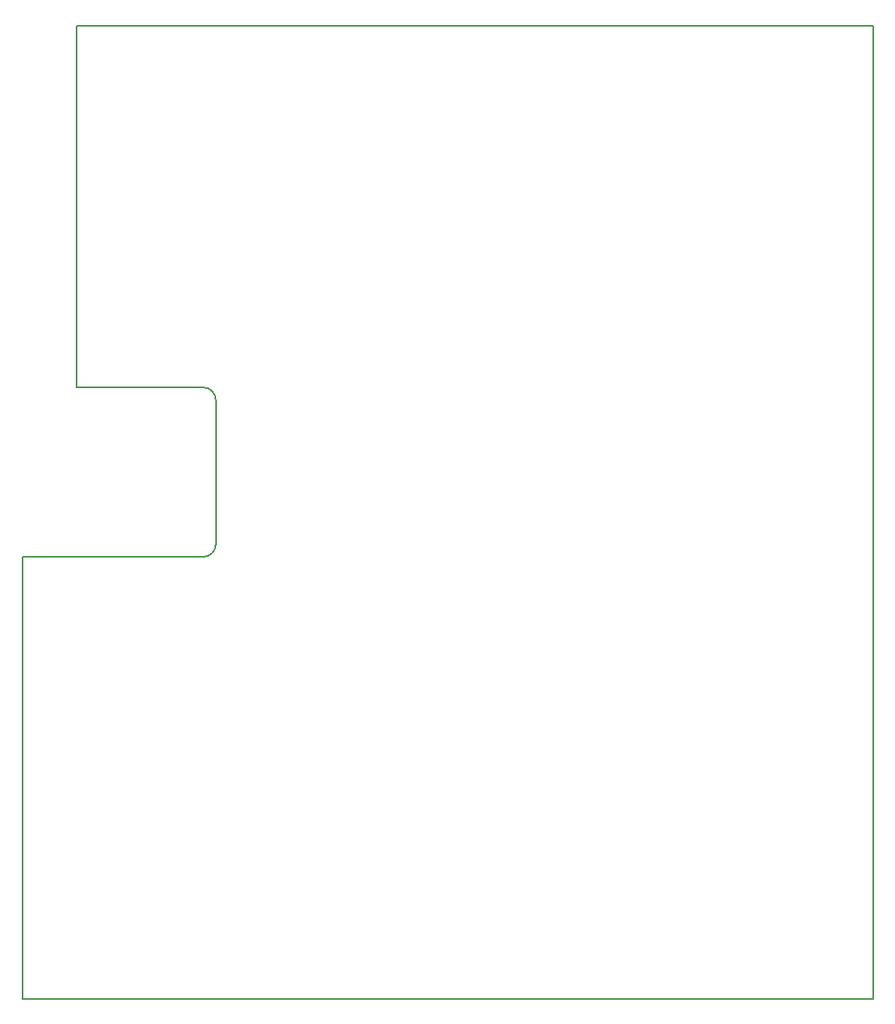
<source format=gm1>
G04 #@! TF.GenerationSoftware,KiCad,Pcbnew,5.0.2-bee76a0~70~ubuntu18.04.1*
G04 #@! TF.CreationDate,2019-08-05T20:33:20-05:00*
G04 #@! TF.ProjectId,BBB_SHIELD_V2,4242425f-5348-4494-954c-445f56322e6b,rev?*
G04 #@! TF.SameCoordinates,Original*
G04 #@! TF.FileFunction,Profile,NP*
%FSLAX46Y46*%
G04 Gerber Fmt 4.6, Leading zero omitted, Abs format (unit mm)*
G04 Created by KiCad (PCBNEW 5.0.2-bee76a0~70~ubuntu18.04.1) date Mon 05 Aug 2019 08:33:20 PM CDT*
%MOMM*%
%LPD*%
G01*
G04 APERTURE LIST*
%ADD10C,0.200000*%
G04 APERTURE END LIST*
D10*
X110090000Y-42000000D02*
X193700000Y-42000000D01*
X193700000Y-144100000D02*
X193700000Y-42000000D01*
X190700000Y-144115000D02*
X193700000Y-144115000D01*
X104375000Y-144115000D02*
X104375000Y-118715000D01*
X110090000Y-64105000D02*
X110090000Y-42000000D01*
X123374200Y-79980000D02*
G75*
G02X124695000Y-81300800I0J-1320800D01*
G01*
X124695000Y-96439200D02*
G75*
G02X123374200Y-97760000I-1320800J0D01*
G01*
X104375000Y-144115000D02*
X190735000Y-144115000D01*
X104375000Y-118715000D02*
X104375000Y-112365000D01*
X104375000Y-112365000D02*
X104375000Y-97760000D01*
X104375000Y-97760000D02*
X123374200Y-97760000D01*
X123374200Y-79980000D02*
X110090000Y-79980000D01*
X124695000Y-96439200D02*
X124695000Y-81300800D01*
X110090000Y-79980000D02*
X110090000Y-64105000D01*
M02*

</source>
